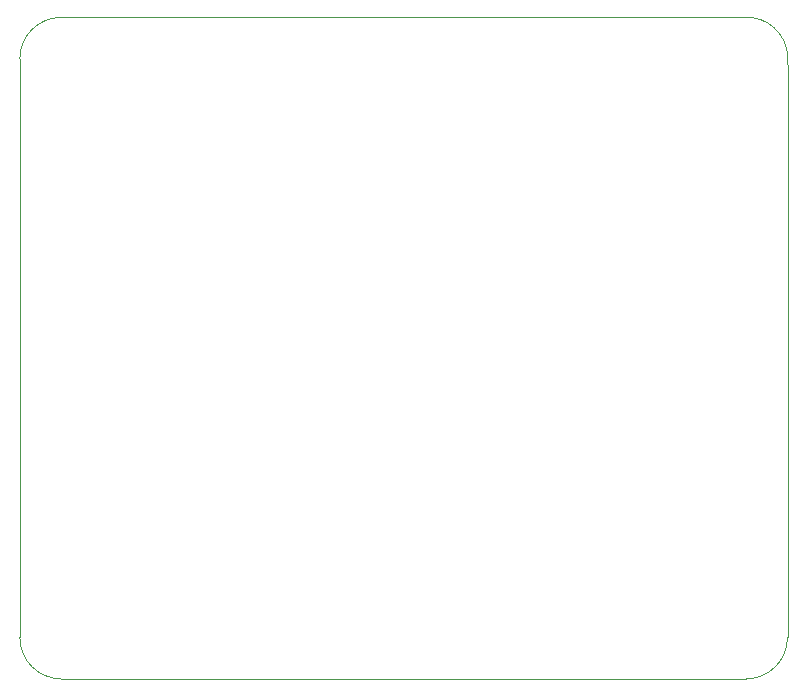
<source format=gbr>
G04 (created by PCBNEW (2013-05-31 BZR 4019)-stable) date 8/17/2014 9:53:35 PM*
%MOIN*%
G04 Gerber Fmt 3.4, Leading zero omitted, Abs format*
%FSLAX34Y34*%
G01*
G70*
G90*
G04 APERTURE LIST*
%ADD10C,0.00590551*%
%ADD11C,0.00393701*%
G04 APERTURE END LIST*
G54D10*
G54D11*
X24212Y-22047D02*
X1377Y-22047D01*
X25590Y-1574D02*
X25590Y-20669D01*
X1377Y0D02*
X24409Y0D01*
X0Y-20669D02*
X0Y-1377D01*
X25590Y-1574D02*
G75*
G03X24408Y0I-1378J196D01*
G74*
G01*
X24212Y-22047D02*
G75*
G03X25590Y-20669I0J1377D01*
G74*
G01*
X0Y-20669D02*
G75*
G03X1377Y-22047I1377J0D01*
G74*
G01*
X1377Y0D02*
G75*
G03X0Y-1377I0J-1377D01*
G74*
G01*
M02*

</source>
